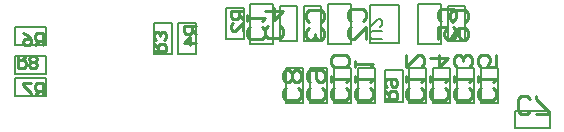
<source format=gbr>
%TF.GenerationSoftware,Altium Limited,Altium Designer,21.4.1 (30)*%
G04 Layer_Color=16711833*
%FSLAX45Y45*%
%MOMM*%
%TF.SameCoordinates,7FD8979F-C22B-4491-80EA-6B84785AAA14*%
%TF.FilePolarity,Positive*%
%TF.FileFunction,Other,Mechanical_2*%
%TF.Part,Single*%
G01*
G75*
%TA.AperFunction,NonConductor*%
%ADD30C,0.20000*%
%ADD66C,0.25400*%
D30*
X3408520Y1290320D02*
G03*
X3408520Y1290320I-10000J0D01*
G01*
X2738120Y1247140D02*
X2806700D01*
Y1247020D02*
Y1541660D01*
X2667000D02*
X2806700D01*
X2667000Y1247020D02*
Y1541660D01*
Y1247140D02*
X2738120D01*
X4653280Y515620D02*
Y584200D01*
X4653160Y515620D02*
X4947800D01*
Y655320D01*
X4653160D02*
X4947800D01*
X4653280Y584200D02*
Y655320D01*
X3073400Y1562100D02*
X3266440D01*
X3073400Y1224280D02*
Y1562100D01*
Y1224280D02*
X3266440D01*
Y1559560D01*
X3835400Y1562100D02*
X4028440D01*
X3835400Y1224280D02*
Y1562100D01*
Y1224280D02*
X4028440D01*
Y1559560D01*
X3670920Y1235060D02*
Y1554460D01*
X3430920Y1234460D02*
X3670920Y1235060D01*
Y1344460D02*
Y1444460D01*
X3430920Y1554460D02*
X3670920D01*
X3430920Y1234460D02*
X3670300Y1234440D01*
X3430920Y1554460D02*
X3670920D01*
X3430920Y1234460D02*
Y1554460D01*
X2280920Y1529200D02*
X2357120D01*
Y1262380D02*
Y1526660D01*
X2204720Y1262380D02*
X2357120D01*
X2204720D02*
Y1526660D01*
Y1529200D02*
X2280920D01*
X2413000Y1229360D02*
Y1564640D01*
X2606040D01*
Y1226820D02*
Y1564640D01*
X2413000Y1226820D02*
X2606040D01*
X2872740Y1541780D02*
X2941320D01*
X2872740Y1247260D02*
Y1541900D01*
Y1247260D02*
X3012440D01*
Y1541900D01*
X2941320Y1541780D02*
X3012440D01*
X4091940D02*
X4160520D01*
X4091940Y1247260D02*
Y1541900D01*
Y1247260D02*
X4231640D01*
Y1541900D01*
X4160520Y1541780D02*
X4231640D01*
X2720340Y723900D02*
X2791460D01*
X2720340Y723780D02*
Y1018420D01*
X2860040D01*
Y723780D02*
Y1018420D01*
X2791460Y723900D02*
X2860040D01*
X2994660D02*
X3063240D01*
Y723780D02*
Y1018420D01*
X2923540D02*
X3063240D01*
X2923540Y723780D02*
Y1018420D01*
Y723900D02*
X2994660D01*
X3126740D02*
X3197860D01*
X3126740Y723780D02*
Y1018420D01*
X3266440D01*
Y723780D02*
Y1018420D01*
X3197860Y723900D02*
X3266440D01*
X3401060D02*
X3469640D01*
Y723780D02*
Y1018420D01*
X3329940D02*
X3469640D01*
X3329940Y723780D02*
Y1018420D01*
Y723900D02*
X3401060D01*
X3553460Y736480D02*
X3629660D01*
X3553460Y739020D02*
Y1003300D01*
X3705860D01*
Y739020D02*
Y1003300D01*
X3629660Y736480D02*
X3705860D01*
X3761740Y723900D02*
X3832860D01*
X3761740Y723780D02*
Y1018420D01*
X3901440D01*
Y723780D02*
Y1018420D01*
X3832860Y723900D02*
X3901440D01*
X3964940D02*
X4036060D01*
X3964940Y723780D02*
Y1018420D01*
X4104640D01*
Y723780D02*
Y1018420D01*
X4036060Y723900D02*
X4104640D01*
X4239260D02*
X4307840D01*
Y723780D02*
Y1018420D01*
X4168140D02*
X4307840D01*
X4168140Y723780D02*
Y1018420D01*
Y723900D02*
X4239260D01*
X4442460D02*
X4511040D01*
Y723780D02*
Y1018420D01*
X4371340D02*
X4511040D01*
X4371340Y723780D02*
Y1018420D01*
Y723900D02*
X4442460D01*
X418980Y1046480D02*
Y1122680D01*
X421520D02*
X685800D01*
Y970280D02*
Y1122680D01*
X421520Y970280D02*
X685800D01*
X418980D02*
Y1046480D01*
X685920Y787400D02*
Y863600D01*
X419100Y787400D02*
X683380D01*
X419100D02*
Y939800D01*
X683380D01*
X685920Y863600D02*
Y939800D01*
Y1216660D02*
Y1292860D01*
X419100Y1216660D02*
X683380D01*
X419100D02*
Y1369060D01*
X683380D01*
X685920Y1292860D02*
Y1369060D01*
X1600200Y1135260D02*
X1676400D01*
X1600200Y1137800D02*
Y1402080D01*
X1752600D01*
Y1137800D02*
Y1402080D01*
X1676400Y1135260D02*
X1752600D01*
X1879600Y1404740D02*
X1955800D01*
Y1137920D02*
Y1402200D01*
X1803400Y1137920D02*
X1955800D01*
X1803400D02*
Y1402200D01*
Y1404740D02*
X1879600D01*
X3530583Y1267139D02*
X3447276D01*
X3430615Y1283800D01*
Y1317123D01*
X3447276Y1333784D01*
X3530583D01*
X3430615Y1433752D02*
Y1367107D01*
X3497260Y1433752D01*
X3513921D01*
X3530583Y1417091D01*
Y1383768D01*
X3513921Y1367107D01*
D66*
X2664452Y1376647D02*
X2689844Y1351255D01*
Y1300472D01*
X2664452Y1275080D01*
X2562885D01*
X2537493Y1300472D01*
Y1351255D01*
X2562885Y1376647D01*
X2537493Y1503606D02*
X2689844D01*
X2613668Y1427431D01*
Y1528998D01*
X4782787Y657868D02*
X4757395Y632476D01*
X4706612D01*
X4681220Y657868D01*
Y759435D01*
X4706612Y784826D01*
X4757395D01*
X4782787Y759435D01*
X4833571Y632476D02*
X4935138D01*
Y657868D01*
X4833571Y759435D01*
Y784826D01*
X3266448Y1422433D02*
X3241056Y1447825D01*
Y1498608D01*
X3266448Y1524000D01*
X3368015D01*
X3393407Y1498608D01*
Y1447825D01*
X3368015Y1422433D01*
X3393407Y1270082D02*
Y1371649D01*
X3291840Y1270082D01*
X3266448D01*
X3241056Y1295474D01*
Y1346257D01*
X3266448Y1371649D01*
X4028448Y1422433D02*
X4003056Y1447825D01*
Y1498608D01*
X4028448Y1524000D01*
X4130015D01*
X4155407Y1498608D01*
Y1447825D01*
X4130015Y1422433D01*
X4003056Y1270082D02*
Y1371649D01*
X4079232D01*
X4053840Y1320866D01*
Y1295474D01*
X4079232Y1270082D01*
X4130015D01*
X4155407Y1295474D01*
Y1346257D01*
X4130015Y1371649D01*
X2354580Y1503680D02*
X2254612D01*
Y1453696D01*
X2271274Y1437035D01*
X2304596D01*
X2321257Y1453696D01*
Y1503680D01*
Y1470357D02*
X2354580Y1437035D01*
Y1337067D02*
Y1403712D01*
X2287935Y1337067D01*
X2271274D01*
X2254612Y1353728D01*
Y1387051D01*
X2271274Y1403712D01*
X2514559Y1366487D02*
X2539951Y1341095D01*
Y1290312D01*
X2514559Y1264920D01*
X2412992D01*
X2387600Y1290312D01*
Y1341095D01*
X2412992Y1366487D01*
X2387600Y1417271D02*
Y1468054D01*
Y1442663D01*
X2539951D01*
X2514559Y1417271D01*
X2913421Y1412273D02*
X2888029Y1437665D01*
Y1488448D01*
X2913421Y1513840D01*
X3014988D01*
X3040380Y1488448D01*
Y1437665D01*
X3014988Y1412273D01*
X2913421Y1361489D02*
X2888029Y1336097D01*
Y1285314D01*
X2913421Y1259922D01*
X2938813D01*
X2964205Y1285314D01*
Y1310706D01*
Y1285314D01*
X2989597Y1259922D01*
X3014988D01*
X3040380Y1285314D01*
Y1336097D01*
X3014988Y1361489D01*
X4132621Y1412273D02*
X4107229Y1437665D01*
Y1488448D01*
X4132621Y1513840D01*
X4234188D01*
X4259580Y1488448D01*
Y1437665D01*
X4234188Y1412273D01*
X4107229Y1259922D02*
X4132621Y1310706D01*
X4183405Y1361489D01*
X4234188D01*
X4259580Y1336097D01*
Y1285314D01*
X4234188Y1259922D01*
X4208797D01*
X4183405Y1285314D01*
Y1361489D01*
X2819359Y853407D02*
X2844751Y828015D01*
Y777232D01*
X2819359Y751840D01*
X2717792D01*
X2692400Y777232D01*
Y828015D01*
X2717792Y853407D01*
X2819359Y904191D02*
X2844751Y929583D01*
Y980366D01*
X2819359Y1005758D01*
X2793967D01*
X2768575Y980366D01*
X2743183Y1005758D01*
X2717792D01*
X2692400Y980366D01*
Y929583D01*
X2717792Y904191D01*
X2743183D01*
X2768575Y929583D01*
X2793967Y904191D01*
X2819359D01*
X2768575Y929583D02*
Y980366D01*
X3022559Y853407D02*
X3047951Y828015D01*
Y777232D01*
X3022559Y751840D01*
X2920992D01*
X2895600Y777232D01*
Y828015D01*
X2920992Y853407D01*
Y904191D02*
X2895600Y929583D01*
Y980366D01*
X2920992Y1005758D01*
X3022559D01*
X3047951Y980366D01*
Y929583D01*
X3022559Y904191D01*
X2997167D01*
X2971775Y929583D01*
Y1005758D01*
X3225759Y853407D02*
X3251151Y828015D01*
Y777232D01*
X3225759Y751840D01*
X3124192D01*
X3098800Y777232D01*
Y828015D01*
X3124192Y853407D01*
X3098800Y904191D02*
Y954974D01*
Y929583D01*
X3251151D01*
X3225759Y904191D01*
Y1031150D02*
X3251151Y1056541D01*
Y1107325D01*
X3225759Y1132717D01*
X3124192D01*
X3098800Y1107325D01*
Y1056541D01*
X3124192Y1031150D01*
X3225759D01*
X3428959Y853407D02*
X3454351Y828015D01*
Y777232D01*
X3428959Y751840D01*
X3327392D01*
X3302000Y777232D01*
Y828015D01*
X3327392Y853407D01*
X3302000Y904191D02*
Y954974D01*
Y929583D01*
X3454351D01*
X3428959Y904191D01*
X3302000Y1031150D02*
Y1081933D01*
Y1056541D01*
X3454351D01*
X3428959Y1031150D01*
X3556000Y762000D02*
X3655968D01*
Y811984D01*
X3639306Y828645D01*
X3605984D01*
X3589323Y811984D01*
Y762000D01*
Y795323D02*
X3556000Y828645D01*
X3572661Y861968D02*
X3556000Y878629D01*
Y911952D01*
X3572661Y928613D01*
X3639306D01*
X3655968Y911952D01*
Y878629D01*
X3639306Y861968D01*
X3622645D01*
X3605984Y878629D01*
Y928613D01*
X3860759Y853407D02*
X3886151Y828015D01*
Y777232D01*
X3860759Y751840D01*
X3759192D01*
X3733800Y777232D01*
Y828015D01*
X3759192Y853407D01*
X3733800Y904191D02*
Y954974D01*
Y929583D01*
X3886151D01*
X3860759Y904191D01*
X3733800Y1132717D02*
Y1031150D01*
X3835367Y1132717D01*
X3860759D01*
X3886151Y1107325D01*
Y1056541D01*
X3860759Y1031150D01*
X4063959Y853407D02*
X4089351Y828015D01*
Y777232D01*
X4063959Y751840D01*
X3962392D01*
X3937000Y777232D01*
Y828015D01*
X3962392Y853407D01*
X3937000Y904191D02*
Y954974D01*
Y929583D01*
X4089351D01*
X4063959Y904191D01*
X3937000Y1107325D02*
X4089351D01*
X4013175Y1031150D01*
Y1132717D01*
X4267159Y853407D02*
X4292551Y828015D01*
Y777232D01*
X4267159Y751840D01*
X4165592D01*
X4140200Y777232D01*
Y828015D01*
X4165592Y853407D01*
X4140200Y904191D02*
Y954974D01*
Y929583D01*
X4292551D01*
X4267159Y904191D01*
Y1031150D02*
X4292551Y1056541D01*
Y1107325D01*
X4267159Y1132717D01*
X4241767D01*
X4216375Y1107325D01*
Y1081933D01*
Y1107325D01*
X4190983Y1132717D01*
X4165592D01*
X4140200Y1107325D01*
Y1056541D01*
X4165592Y1031150D01*
X4470359Y853407D02*
X4495751Y828015D01*
Y777232D01*
X4470359Y751840D01*
X4368792D01*
X4343400Y777232D01*
Y828015D01*
X4368792Y853407D01*
X4343400Y904191D02*
Y954974D01*
Y929583D01*
X4495751D01*
X4470359Y904191D01*
X4495751Y1132717D02*
Y1031150D01*
X4419575D01*
X4444967Y1081933D01*
Y1107325D01*
X4419575Y1132717D01*
X4368792D01*
X4343400Y1107325D01*
Y1056541D01*
X4368792Y1031150D01*
X444500Y1120140D02*
Y1020172D01*
X494484D01*
X511145Y1036834D01*
Y1070156D01*
X494484Y1086817D01*
X444500D01*
X477823D02*
X511145Y1120140D01*
X544468Y1036834D02*
X561129Y1020172D01*
X594452D01*
X611113Y1036834D01*
Y1053495D01*
X594452Y1070156D01*
X611113Y1086817D01*
Y1103479D01*
X594452Y1120140D01*
X561129D01*
X544468Y1103479D01*
Y1086817D01*
X561129Y1070156D01*
X544468Y1053495D01*
Y1036834D01*
X561129Y1070156D02*
X594452D01*
X660400Y789940D02*
Y889908D01*
X610416D01*
X593755Y873246D01*
Y839924D01*
X610416Y823263D01*
X660400D01*
X627077D02*
X593755Y789940D01*
X560432Y889908D02*
X493787D01*
Y873246D01*
X560432Y806601D01*
Y789940D01*
X660400Y1219200D02*
Y1319168D01*
X610416D01*
X593755Y1302506D01*
Y1269184D01*
X610416Y1252523D01*
X660400D01*
X627077D02*
X593755Y1219200D01*
X493787Y1319168D02*
X527110Y1302506D01*
X560432Y1269184D01*
Y1235861D01*
X543771Y1219200D01*
X510448D01*
X493787Y1235861D01*
Y1252523D01*
X510448Y1269184D01*
X560432D01*
X1602740Y1160780D02*
X1702708D01*
Y1210764D01*
X1686046Y1227425D01*
X1652724D01*
X1636063Y1210764D01*
Y1160780D01*
Y1194103D02*
X1602740Y1227425D01*
X1686046Y1260748D02*
X1702708Y1277409D01*
Y1310732D01*
X1686046Y1327393D01*
X1669385D01*
X1652724Y1310732D01*
Y1294070D01*
Y1310732D01*
X1636063Y1327393D01*
X1619401D01*
X1602740Y1310732D01*
Y1277409D01*
X1619401Y1260748D01*
X1953260Y1379220D02*
X1853292D01*
Y1329236D01*
X1869954Y1312575D01*
X1903276D01*
X1919937Y1329236D01*
Y1379220D01*
Y1345897D02*
X1953260Y1312575D01*
Y1229268D02*
X1853292D01*
X1903276Y1279252D01*
Y1212607D01*
%TF.MD5,aa2ff3900647586986412a309eb4834c*%
M02*

</source>
